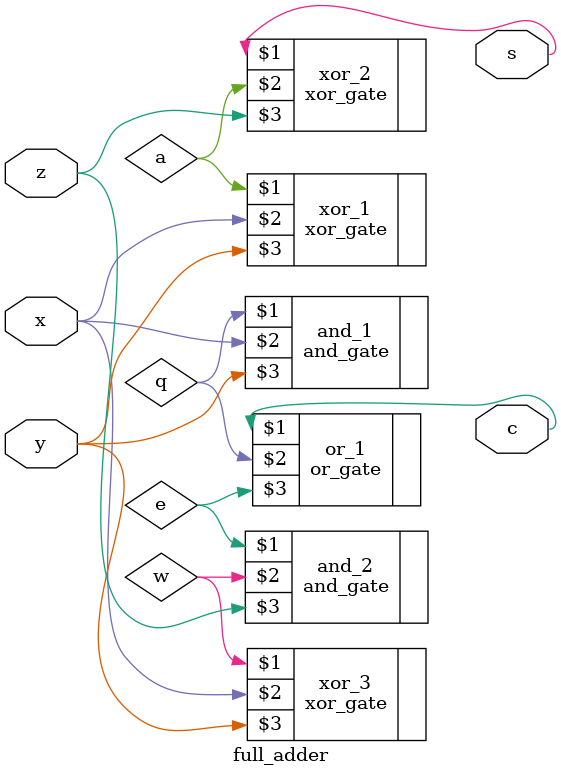
<source format=v>
module full_adder(s,c,x,y,z);

output s,c;
input x,y,z;

wire a,b;

xor_gate xor_1(a,x,y);
xor_gate xor_2(s,a,z);

wire q,w,e;

and_gate and_1(q,x,y);

xor_gate xor_3(w,x,y);
and_gate and_2(e,w,z);

or_gate or_1(c,q,e);
endmodule

</source>
